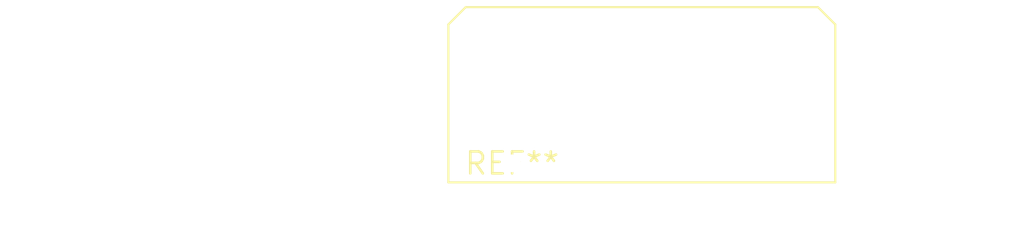
<source format=kicad_pcb>
(kicad_pcb (version 20240108) (generator pcbnew)
  (layers (0 "F.Cu" signal) (31 "B.Cu" signal) (34 "B.Paste" user) (35 "F.Paste" user) (36 "B.SilkS" user "B.Silkscreen") (37 "F.SilkS" user "F.Silkscreen") (38 "B.Mask" user) (39 "F.Mask" user) (44 "Edge.Cuts" user))
  (net 0 "")
  (footprint "Molex_Micro-Fit_3.0_43045-1200_2x06_P3.00mm_Horizontal" (layer "F.Cu") (at 0 0)
    (property "Reference" "REF**")
    (property "Value" "Molex_Micro-Fit_3.0_43045-1200_2x06_P3.00mm_Horizontal")
    (fp_line (start -3.685 -8.03) (end -2.685 -9.03) (layer "F.SilkS") (stroke (width 0.12)))
    (fp_line (start -3.685 1.1) (end -3.685 -8.03) (layer "F.SilkS") (stroke (width 0.12)))
    (fp_line (start -2.685 -9.03) (end 17.685 -9.03) (layer "F.SilkS") (stroke (width 0.12)))
    (fp_line (start 17.685 -9.03) (end 18.685 -8.03) (layer "F.SilkS") (stroke (width 0.12)))
    (fp_line (start 18.685 -8.03) (end 18.685 1.1) (layer "F.SilkS") (stroke (width 0.12)))
    (fp_line (start 18.685 1.1) (end -3.685 1.1) (layer "F.SilkS") (stroke (width 0.12)))
    (pad "" np_thru_hole circle (at 2.16 -4.32) (size 3 3) (drill 3) (layers *.Cu *.Mask))
    (pad "" np_thru_hole circle (at 12.86 -4.32) (size 3 3) (drill 3) (layers *.Cu *.Mask))
    (pad "1" thru_hole roundrect (at 0 0) (size 1.5 1.5) (drill 1.02) (layers *.Cu *.Mask) (remove_unused_layers) (roundrect_rratio 0.166667))
    (pad "2" thru_hole circle (at 3 0) (size 1.5 1.5) (drill 1.02) (layers *.Cu *.Mask) (remove_unused_layers))
    (pad "3" thru_hole circle (at 6 0) (size 1.5 1.5) (drill 1.02) (layers *.Cu *.Mask) (remove_unused_layers))
    (pad "4" thru_hole circle (at 9 0) (size 1.5 1.5) (drill 1.02) (layers *.Cu *.Mask) (remove_unused_layers))
    (pad "5" thru_hole circle (at 12 0) (size 1.5 1.5) (drill 1.02) (layers *.Cu *.Mask) (remove_unused_layers))
    (pad "6" thru_hole circle (at 15 0) (size 1.5 1.5) (drill 1.02) (layers *.Cu *.Mask) (remove_unused_layers))
    (pad "7" thru_hole circle (at 0 3) (size 1.5 1.5) (drill 1.02) (layers *.Cu *.Mask) (remove_unused_layers))
    (pad "8" thru_hole circle (at 3 3) (size 1.5 1.5) (drill 1.02) (layers *.Cu *.Mask) (remove_unused_layers))
    (pad "9" thru_hole circle (at 6 3) (size 1.5 1.5) (drill 1.02) (layers *.Cu *.Mask) (remove_unused_layers))
    (pad "10" thru_hole circle (at 9 3) (size 1.5 1.5) (drill 1.02) (layers *.Cu *.Mask) (remove_unused_layers))
    (pad "11" thru_hole circle (at 12 3) (size 1.5 1.5) (drill 1.02) (layers *.Cu *.Mask) (remove_unused_layers))
    (pad "12" thru_hole circle (at 15 3) (size 1.5 1.5) (drill 1.02) (layers *.Cu *.Mask) (remove_unused_layers))
  )
)
</source>
